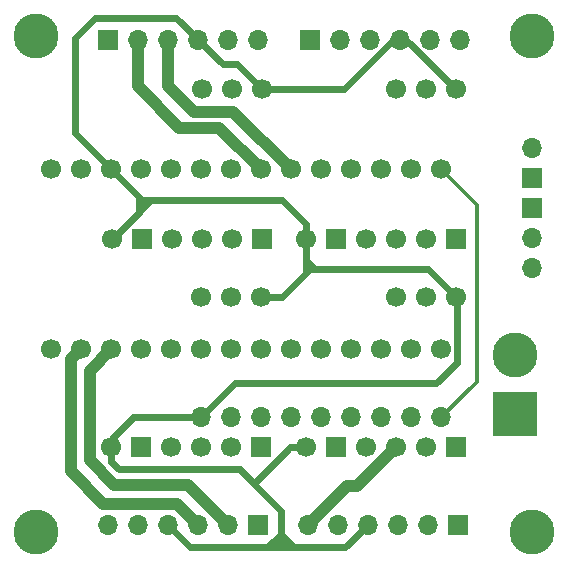
<source format=gtl>
G04 #@! TF.GenerationSoftware,KiCad,Pcbnew,7.0.5*
G04 #@! TF.CreationDate,2023-08-11T11:43:47-04:00*
G04 #@! TF.ProjectId,Tadpole,54616470-6f6c-4652-9e6b-696361645f70,rev?*
G04 #@! TF.SameCoordinates,Original*
G04 #@! TF.FileFunction,Copper,L1,Top*
G04 #@! TF.FilePolarity,Positive*
%FSLAX46Y46*%
G04 Gerber Fmt 4.6, Leading zero omitted, Abs format (unit mm)*
G04 Created by KiCad (PCBNEW 7.0.5) date 2023-08-11 11:43:47*
%MOMM*%
%LPD*%
G01*
G04 APERTURE LIST*
G04 #@! TA.AperFunction,ComponentPad*
%ADD10O,1.700000X1.700000*%
G04 #@! TD*
G04 #@! TA.AperFunction,ComponentPad*
%ADD11R,1.700000X1.700000*%
G04 #@! TD*
G04 #@! TA.AperFunction,ComponentPad*
%ADD12R,3.800000X3.800000*%
G04 #@! TD*
G04 #@! TA.AperFunction,ComponentPad*
%ADD13C,3.800000*%
G04 #@! TD*
G04 #@! TA.AperFunction,ComponentPad*
%ADD14C,1.700000*%
G04 #@! TD*
G04 #@! TA.AperFunction,Conductor*
%ADD15C,1.000000*%
G04 #@! TD*
G04 #@! TA.AperFunction,Conductor*
%ADD16C,0.600000*%
G04 #@! TD*
G04 #@! TA.AperFunction,Conductor*
%ADD17C,0.300000*%
G04 #@! TD*
G04 APERTURE END LIST*
D10*
X156000000Y-97610000D03*
X156000000Y-95070000D03*
D11*
X156000000Y-92530000D03*
X156000000Y-89990000D03*
D10*
X156000000Y-87450000D03*
X120100000Y-119400000D03*
X122640000Y-119400000D03*
X125180000Y-119400000D03*
X127720000Y-119400000D03*
X130260000Y-119400000D03*
D11*
X132800000Y-119400000D03*
D10*
X137000000Y-119400000D03*
X139540000Y-119400000D03*
X142080000Y-119400000D03*
X144620000Y-119400000D03*
X147160000Y-119400000D03*
D11*
X149700000Y-119400000D03*
D10*
X132800000Y-78300000D03*
X130260000Y-78300000D03*
X127720000Y-78300000D03*
X125180000Y-78300000D03*
X122640000Y-78300000D03*
D11*
X120100000Y-78300000D03*
D10*
X149900000Y-78300000D03*
X147360000Y-78300000D03*
X144820000Y-78300000D03*
X142280000Y-78300000D03*
X139740000Y-78300000D03*
D11*
X137200000Y-78300000D03*
D12*
X154600000Y-110000000D03*
D13*
X154600000Y-105000000D03*
D10*
X148295000Y-110300000D03*
X145755000Y-110300000D03*
X143215000Y-110300000D03*
X140675000Y-110300000D03*
X138135000Y-110300000D03*
X135595000Y-110300000D03*
X133055000Y-110300000D03*
X130515000Y-110300000D03*
X127975000Y-110300000D03*
D14*
X117815200Y-104521000D03*
X120355200Y-104521000D03*
X122895200Y-104521000D03*
X125435200Y-104521000D03*
X120355200Y-89281000D03*
X127975200Y-104521000D03*
X130515200Y-104521000D03*
X133055200Y-104521000D03*
X135595200Y-104521000D03*
X138135200Y-104521000D03*
X140675200Y-104521000D03*
X143215200Y-104521000D03*
X145755200Y-104521000D03*
X148295200Y-104521000D03*
X148295200Y-89281000D03*
X145755200Y-89281000D03*
X143215200Y-89281000D03*
X140675200Y-89281000D03*
X138135200Y-89281000D03*
X135595200Y-89281000D03*
X133055200Y-89281000D03*
X130515200Y-89281000D03*
X127975200Y-89281000D03*
X125435200Y-89281000D03*
X122895200Y-89281000D03*
X117815200Y-89281000D03*
X115275200Y-104521000D03*
X115275200Y-89281000D03*
X144500000Y-100100000D03*
X147040000Y-100100000D03*
X149580000Y-100100000D03*
X136880000Y-112800000D03*
D11*
X139420000Y-112800000D03*
D14*
X141960000Y-112800000D03*
X144500000Y-112800000D03*
X147040000Y-112800000D03*
D11*
X149580000Y-112800000D03*
D14*
X127950000Y-100070000D03*
X130490000Y-100070000D03*
X133030000Y-100070000D03*
X120330000Y-112770000D03*
D11*
X122870000Y-112770000D03*
D14*
X125410000Y-112770000D03*
X127950000Y-112770000D03*
X130490000Y-112770000D03*
D11*
X133030000Y-112770000D03*
D14*
X144500000Y-82524600D03*
X147040000Y-82524600D03*
X149580000Y-82524600D03*
X136880000Y-95224600D03*
D11*
X139420000Y-95224600D03*
D14*
X141960000Y-95224600D03*
X144500000Y-95224600D03*
X147040000Y-95224600D03*
D11*
X149580000Y-95224600D03*
X133130000Y-95224600D03*
D14*
X130590000Y-95224600D03*
X128050000Y-95224600D03*
X125510000Y-95224600D03*
D11*
X122970000Y-95224600D03*
D14*
X120430000Y-95224600D03*
X133130000Y-82524600D03*
X130590000Y-82524600D03*
X128050000Y-82524600D03*
D13*
X114000000Y-120000000D03*
X156000000Y-78000000D03*
X156000000Y-120000000D03*
X114000000Y-78000000D03*
D15*
X130714200Y-84400000D02*
X135595200Y-89281000D01*
X127400000Y-84400000D02*
X130714200Y-84400000D01*
X125200000Y-82200000D02*
X127400000Y-84400000D01*
X125200000Y-78320000D02*
X125200000Y-82200000D01*
X118550000Y-113902944D02*
X120647056Y-116000000D01*
X118550000Y-106326200D02*
X118550000Y-113902944D01*
X120647056Y-116000000D02*
X126860000Y-116000000D01*
X126860000Y-116000000D02*
X130260000Y-119400000D01*
X120355200Y-104521000D02*
X118550000Y-106326200D01*
X116950000Y-114850000D02*
X119700000Y-117600000D01*
X119700000Y-117600000D02*
X125920000Y-117600000D01*
X116950000Y-105386200D02*
X116950000Y-114850000D01*
X125920000Y-117600000D02*
X127720000Y-119400000D01*
X117815200Y-104521000D02*
X116950000Y-105386200D01*
D16*
X120330000Y-114030000D02*
X120330000Y-112770000D01*
X131250000Y-114700000D02*
X121000000Y-114700000D01*
X132450000Y-115900000D02*
X131250000Y-114700000D01*
X121000000Y-114700000D02*
X120330000Y-114030000D01*
D15*
X129524200Y-85750000D02*
X133055200Y-89281000D01*
X126150000Y-85750000D02*
X129524200Y-85750000D01*
X122650000Y-82250000D02*
X126150000Y-85750000D01*
X122650000Y-78310000D02*
X122650000Y-82250000D01*
D17*
X151300000Y-107295000D02*
X148295000Y-110300000D01*
X151300000Y-92285800D02*
X151300000Y-107295000D01*
X148295200Y-89281000D02*
X151300000Y-92285800D01*
D16*
X149645200Y-100165200D02*
X149580000Y-100100000D01*
X149645200Y-105654800D02*
X149645200Y-100165200D01*
X147900000Y-107400000D02*
X149645200Y-105654800D01*
X130875000Y-107400000D02*
X147900000Y-107400000D01*
X127975000Y-110300000D02*
X130875000Y-107400000D01*
X120355200Y-89281000D02*
X122944200Y-91870000D01*
X131005400Y-80400000D02*
X133105400Y-82500000D01*
X120355200Y-89255200D02*
X117300000Y-86200000D01*
X117300000Y-86200000D02*
X117300000Y-78190000D01*
X117300000Y-78190000D02*
X119040000Y-76450000D01*
X133105400Y-82500000D02*
X140050000Y-82500000D01*
X119040000Y-76450000D02*
X125870000Y-76450000D01*
X129820000Y-80400000D02*
X131005400Y-80400000D01*
X125870000Y-76450000D02*
X129820000Y-80400000D01*
X140050000Y-82500000D02*
X144250000Y-78300000D01*
X144250000Y-78300000D02*
X144820000Y-78300000D01*
X122944200Y-91870000D02*
X123440000Y-91870000D01*
X135275000Y-120725000D02*
X135850000Y-121300000D01*
X134175000Y-120725000D02*
X135275000Y-120725000D01*
X134750000Y-120200000D02*
X135275000Y-120725000D01*
X134175000Y-120725000D02*
X134750000Y-120150000D01*
X133600000Y-121300000D02*
X134175000Y-120725000D01*
X134750000Y-120150000D02*
X134750000Y-120200000D01*
X140180000Y-121300000D02*
X135850000Y-121300000D01*
X135850000Y-121300000D02*
X133600000Y-121300000D01*
X134750000Y-118200000D02*
X132450000Y-115900000D01*
X134750000Y-120150000D02*
X134750000Y-118200000D01*
X133600000Y-121300000D02*
X127080000Y-121300000D01*
X137050000Y-119400000D02*
X137000000Y-119400000D01*
D15*
X140350000Y-116100000D02*
X137050000Y-119400000D01*
X141200000Y-116100000D02*
X140350000Y-116100000D01*
X144500000Y-112800000D02*
X141200000Y-116100000D01*
D16*
X127080000Y-121300000D02*
X125180000Y-119400000D01*
X142080000Y-119400000D02*
X140180000Y-121300000D01*
X135550000Y-112800000D02*
X132450000Y-115900000D01*
X136880000Y-112800000D02*
X135550000Y-112800000D01*
X120330000Y-112220000D02*
X120330000Y-112770000D01*
X122250000Y-110300000D02*
X120330000Y-112220000D01*
X127975000Y-110300000D02*
X122250000Y-110300000D01*
X145355400Y-78300000D02*
X149580000Y-82524600D01*
X144820000Y-78300000D02*
X145355400Y-78300000D01*
X137200000Y-97700000D02*
X134830000Y-100070000D01*
X147200000Y-97700000D02*
X137200000Y-97700000D01*
X149580000Y-100080000D02*
X147200000Y-97700000D01*
X149580000Y-100100000D02*
X149580000Y-100080000D01*
X134830000Y-100070000D02*
X133030000Y-100070000D01*
X136880000Y-96980000D02*
X137600000Y-97700000D01*
X136880000Y-95224600D02*
X136880000Y-96980000D01*
X136880000Y-96994200D02*
X136880000Y-97970000D01*
X134820000Y-91870000D02*
X123440000Y-91870000D01*
X136880000Y-95224600D02*
X136880000Y-93930000D01*
X136880000Y-93930000D02*
X134820000Y-91870000D01*
X122723150Y-92926850D02*
X123780000Y-91870000D01*
X123440000Y-92090000D02*
X123440000Y-91870000D01*
X122682100Y-92643700D02*
X122886300Y-92643700D01*
X122886300Y-92643700D02*
X123440000Y-92090000D01*
X120430000Y-95220000D02*
X120430000Y-95224600D01*
X122682100Y-92967900D02*
X120430000Y-95220000D01*
X122682100Y-92643700D02*
X122682100Y-92967900D01*
X122682100Y-91607900D02*
X122682100Y-92643700D01*
M02*

</source>
